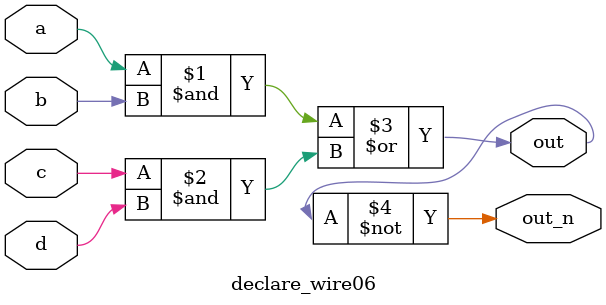
<source format=v>
`timescale 1ns/1ps
module declare_wire06(
    input a,
    input b,
    input c,
    input d,
    output out,
    output out_n   ); 
    assign out = (a&b)|(c&d) ;
    assign out_n = ~out ;
endmodule

</source>
